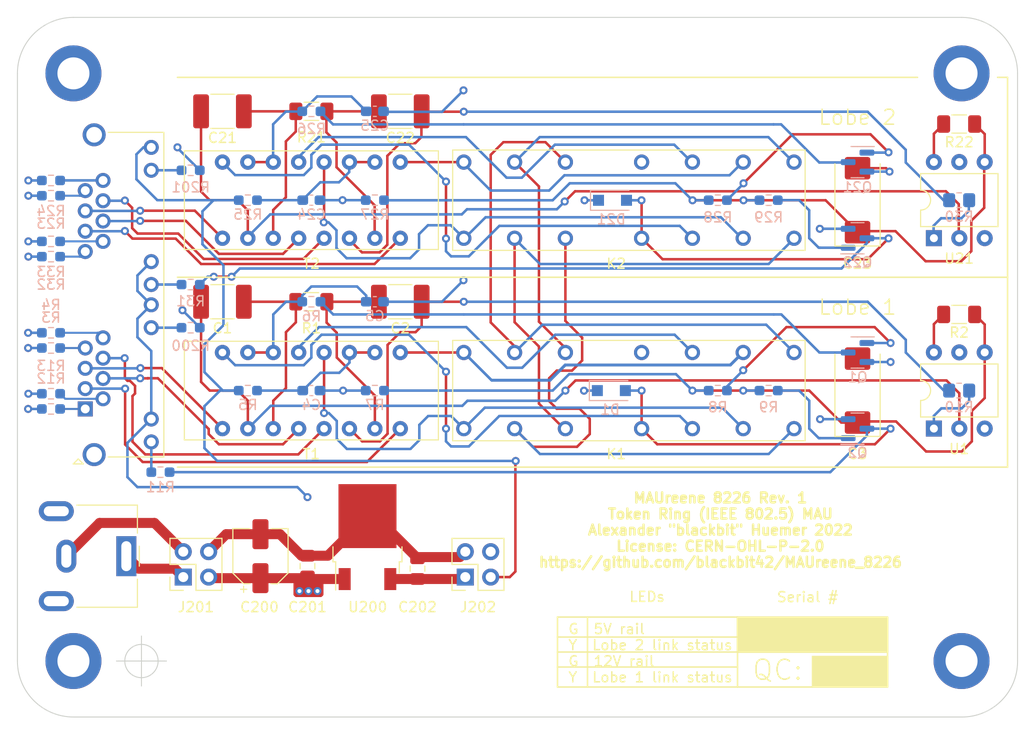
<source format=kicad_pcb>
(kicad_pcb (version 20211014) (generator pcbnew)
  (layers (0 "F.Cu" signal) (1 "In1.Cu" signal) (2 "In2.Cu" signal) (31 "B.Cu" signal) (34 "B.Paste" user) (35 "F.Paste" user) (36 "B.SilkS" user "B.Silkscreen") (37 "F.SilkS" user "F.Silkscreen") (38 "B.Mask" user) (39 "F.Mask" user) (44 "Edge.Cuts" user))
  (net 0 "")
  (net 1 "+5V")
  (net 2 "GND")
  (net 3 "+12V")
  (net 4 "Net-(J1-Pad1)")
  (net 5 "Net-(J1-Pad2)")
  (net 6 "Net-(J1-Pad7)")
  (net 7 "Net-(J1-Pad8)")
  (net 8 "Net-(C1-Pad1)")
  (net 9 "T1{slash}2 <--> U1{slash}2")
  (net 10 "T1{slash}6 <--> R10")
  (net 11 "Net-(C2-Pad2)")
  (net 12 "Net-(C3-Pad1)")
  (net 13 "T1{slash}10,11 <--> R5,C4")
  (net 14 "T1{slash}14,15 <--> R6")
  (net 15 "Net-(C21-Pad1)")
  (net 16 "T2{slash}2 <--> U2{slash}2")
  (net 17 "T2{slash}6 <--> R30")
  (net 18 "Net-(C22-Pad2)")
  (net 19 "Net-(C23-Pad1)")
  (net 20 "T2{slash}10,11 <--> R25,C24")
  (net 21 "T2{slash}14,15 <--> R26")
  (net 22 "J1A{slash}3 <--> T1{slash}8")
  (net 23 "J1A{slash}4 <--> T1{slash}4")
  (net 24 "J1A{slash}5 <--> T1{slash}1")
  (net 25 "J1A{slash}6 <--> T1{slash}5")
  (net 26 "Net-(J1-Pad9)")
  (net 27 "Net-(J1-Pad11)")
  (net 28 "Net-(J1-Pad13)")
  (net 29 "Net-(J1-Pad14)")
  (net 30 "J1B{slash}3 <--> T2{slash}8")
  (net 31 "J1B{slash}4 <--> T2{slash}4")
  (net 32 "J1B{slash}5 <--> T2{slash}1")
  (net 33 "J1B{slash}6 <--> T2{slash}5")
  (net 34 "Net-(J1-Pad19)")
  (net 35 "Net-(J1-Pad20)")
  (net 36 "Net-(J1-Pad21)")
  (net 37 "Net-(J1-Pad23)")
  (net 38 "Net-(J200-Pad1)")
  (net 39 "Net-(J200-Pad2)")
  (net 40 "T1{slash}16 <--> K1{slash}3")
  (net 41 "K2 6,7 <--> K1 4")
  (net 42 "T1{slash}12 <--> K1{slash}5,8")
  (net 43 "K2 4 <--> K1 6,7")
  (net 44 "T1{slash}9 <--> K1{slash}9,12")
  (net 45 "K2{slash}13 <--> K1{slash}10,11")
  (net 46 "K2{slash}10,11 <--> K1{slash}13")
  (net 47 "T1{slash}13 <--> K1{slash}14")
  (net 48 "T2{slash}16 <--> K2{slash}3")
  (net 49 "T2{slash}12 <--> K2{slash}5,8")
  (net 50 "T2{slash}9 <--> K2{slash}9,12")
  (net 51 "T2{slash}13 <--> K2{slash}14")
  (net 52 "Net-(Q1-Pad1)")
  (net 53 "Net-(Q1-Pad3)")
  (net 54 "Net-(Q2-Pad1)")
  (net 55 "Net-(Q21-Pad1)")
  (net 56 "Net-(Q21-Pad3)")
  (net 57 "Net-(Q22-Pad1)")
  (net 58 "Net-(R2-Pad1)")
  (net 59 "Net-(R10-Pad2)")
  (net 60 "Net-(R22-Pad1)")
  (net 61 "Net-(R30-Pad2)")
  (net 64 "K1{slash}1 <--> Q2{slash}C <--> Lobe 1 LED")
  (net 65 "GND1")
  (net 66 "Net-(C202-Pad1)")
  (net 67 "K2{slash}1 <--> Q22{slash}C <--> Lobe 2 LED")
  (footprint "Capacitor_SMD:C_0805_2012Metric_Pad1.18x1.45mm_HandSolder" (layer "F.Cu") (at 129 104.9 90)
    (fp_text reference "C201")
    (fp_text value "100n")
  )
  (footprint "Token_Ring_MAU:4PDT_Relay" (layer "F.Cu") (at 159.87 87.34 180)
    (fp_text reference "K1")
    (fp_text value "4PDT_relay" hide)
  )
  (footprint "Capacitor_SMD:C_1812_4532Metric_Pad1.57x3.40mm_HandSolder" (layer "F.Cu") (at 120.5 78.45 180)
    (fp_text reference "C1")
    (fp_text value "330n")
  )
  (footprint "Capacitor_SMD:C_1812_4532Metric_Pad1.57x3.40mm_HandSolder" (layer "F.Cu") (at 138.28 78.45 180)
    (fp_text reference "C2")
    (fp_text value "330n")
  )
  (footprint "Token_Ring_MAU:BarrelJack_CUI_PJ-063AH_Horizontal" (layer "F.Cu") (at 110.887 103.909 -90)
    (fp_text reference "J200" hide)
    (fp_text value "Barrel_Jack" hide)
  )
  (footprint "Package_DIP:DIP-6_W7.62mm" (layer "F.Cu") (at 191.635 91.14 90)
    (fp_text reference "U1")
    (fp_text value "H11A1" hide)
  )
  (footprint "Capacitor_Tantalum_SMD:CP_EIA-7343-31_Kemet-D_Pad2.25x2.55mm_HandSolder" (layer "F.Cu") (at 184 68.29 90)
    (fp_text reference "C23")
    (fp_text value "22u")
  )
  (footprint "Capacitor_Tantalum_SMD:CP_EIA-7343-31_Kemet-D_Pad2.25x2.55mm_HandSolder" (layer "F.Cu") (at 184 87.34 90)
    (fp_text reference "C3")
    (fp_text value "22u")
  )
  (footprint "Token_Ring_MAU:Pulse PE-64974" (layer "F.Cu") (at 129.39 68.29)
    (fp_text reference "T2")
    (fp_text value "Transformer_Token_Ring_1to1_1to1" hide)
  )
  (footprint "Resistor_SMD:R_1206_3216Metric_Pad1.30x1.75mm_HandSolder" (layer "F.Cu") (at 129.39 59.4)
    (fp_text reference "R21")
    (fp_text value "4.8k" hide)
  )
  (footprint "MountingHole:MountingHole_3.2mm_M3_DIN965_Pad" (layer "F.Cu") (at 194.4 114.4)
    (fp_text reference "H3" hide)
    (fp_text value "MountingHole" hide)
  )
  (footprint "Resistor_SMD:R_1206_3216Metric_Pad1.30x1.75mm_HandSolder" (layer "F.Cu") (at 194.16 79.72)
    (fp_text reference "R2")
    (fp_text value "R" hide)
  )
  (footprint "Resistor_SMD:R_1206_3216Metric_Pad1.30x1.75mm_HandSolder" (layer "F.Cu") (at 194.16 60.67)
    (fp_text reference "R22")
    (fp_text value "R" hide)
  )
  (footprint "Package_DIP:DIP-6_W7.62mm" (layer "F.Cu") (at 191.635 72.09 90)
    (fp_text reference "U21")
    (fp_text value "H11A1" hide)
  )
  (footprint "Capacitor_SMD:CP_Elec_5x5.8" (layer "F.Cu") (at 124.3 103.909 90)
    (fp_text reference "C200")
    (fp_text value "0.33u")
  )
  (footprint "Capacitor_SMD:C_1812_4532Metric_Pad1.57x3.40mm_HandSolder" (layer "F.Cu") (at 120.5 59.4 180)
    (fp_text reference "C21")
    (fp_text value "330n")
  )
  (footprint "Capacitor_SMD:C_1812_4532Metric_Pad1.57x3.40mm_HandSolder" (layer "F.Cu") (at 138.28 59.4 180)
    (fp_text reference "C22")
    (fp_text value "330n")
  )
  (footprint "Token_Ring_MAU:Pulse PE-64974" (layer "F.Cu") (at 129.39 87.34)
    (fp_text reference "T1")
    (fp_text value "Transformer_Token_Ring_1to1_1to1" hide)
  )
  (footprint "Connector_PinHeader_2.54mm:PinHeader_2x02_P2.54mm_Vertical" (layer "F.Cu") (at 144.78 106 90)
    (fp_text reference "J202")
    (fp_text value "5V Jumper")
  )
  (footprint "Package_TO_SOT_SMD:TO-252-2" (layer "F.Cu") (at 135 102 90)
    (fp_text reference "U200")
    (fp_text value "KA78M05_TO252" hide)
  )
  (footprint "Resistor_SMD:R_1206_3216Metric_Pad1.30x1.75mm_HandSolder" (layer "F.Cu") (at 129.39 78.45)
    (fp_text reference "R1")
    (fp_text value "4.8k" hide)
  )
  (footprint "Capacitor_SMD:C_0805_2012Metric_Pad1.18x1.45mm_HandSolder" (layer "F.Cu") (at 140 105.156 90)
    (fp_text reference "C202")
    (fp_text value "100n")
  )
  (footprint "Token_Ring_MAU:RJ45_Amphenol_RJHSE538X-02" (layer "F.Cu") (at 106.782 89.177 90)
    (fp_text reference "J1" hide)
    (fp_text value "RJ45_LED_Shielded_x2" hide)
  )
  (footprint "MountingHole:MountingHole_3.2mm_M3_DIN965_Pad" (layer "F.Cu") (at 194.4 55.6)
    (fp_text reference "H2" hide)
    (fp_text value "MountingHole" hide)
  )
  (footprint "MountingHole:MountingHole_3.2mm_M3_DIN965_Pad" (layer "F.Cu") (at 105.6 114.4)
    (fp_text reference "H4" hide)
    (fp_text value "MountingHole" hide)
  )
  (footprint "Token_Ring_MAU:4PDT_Relay" (layer "F.Cu") (at 159.87 68.29 180)
    (fp_text reference "K2")
    (fp_text value "4PDT_relay" hide)
  )
  (footprint "Connector_PinHeader_2.54mm:PinHeader_2x02_P2.54mm_Vertical" (layer "F.Cu") (at 116.581 106 90)
    (fp_text reference "J201")
    (fp_text value "12V Jumper" hide)
  )
  (footprint "MountingHole:MountingHole_3.2mm_M3_DIN965_Pad" (layer "F.Cu") (at 105.6 55.6)
    (fp_text reference "H1" hide)
    (fp_text value "MountingHole" hide)
  )
  (footprint "Resistor_SMD:R_0603_1608Metric_Pad0.98x0.95mm_HandSolder" (layer "B.Cu") (at 103.355 81.557 180)
    (fp_text reference "R4")
    (fp_text value "0R" hide)
  )
  (footprint "Resistor_SMD:R_0603_1608Metric_Pad0.98x0.95mm_HandSolder" (layer "B.Cu") (at 103.355 73.937 180)
    (fp_text reference "R32")
    (fp_text value "0R" hide)
  )
  (footprint "Resistor_SMD:R_0603_1608Metric_Pad0.98x0.95mm_HandSolder" (layer "B.Cu") (at 114.3 95.504 180)
    (fp_text reference "R11")
    (fp_text value "R")
  )
  (footprint "Resistor_SMD:R_0603_1608Metric_Pad0.98x0.95mm_HandSolder" (layer "B.Cu") (at 103.355 89.177 180)
    (fp_text reference "R12")
    (fp_text value "0R" hide)
  )
  (footprint "Resistor_SMD:R_0805_2012Metric_Pad1.20x1.40mm_HandSolder" (layer "B.Cu") (at 194.16 68.29)
    (fp_text reference "R30")
    (fp_text value "3.7k")
  )
  (footprint "Resistor_SMD:R_0603_1608Metric_Pad0.98x0.95mm_HandSolder" (layer "B.Cu") (at 123.04 68.29)
    (fp_text reference "R25")
    (fp_text value "100")
  )
  (footprint "Package_TO_SOT_SMD:SOT-23" (layer "B.Cu") (at 184 83.53 180)
    (fp_text reference "Q1")
    (fp_text value "Q_NPN_BEC")
  )
  (footprint "Capacitor_SMD:C_0603_1608Metric_Pad1.08x0.95mm_HandSolder" (layer "B.Cu") (at 129.39 87.34)
    (fp_text reference "C4")
    (fp_text value "120n")
  )
  (footprint "Resistor_SMD:R_0603_1608Metric_Pad0.98x0.95mm_HandSolder" (layer "B.Cu") (at 103.355 83.081 180)
    (fp_text reference "R3")
    (fp_text value "0R" hide)
  )
  (footprint "Resistor_SMD:R_0603_1608Metric_Pad0.98x0.95mm_HandSolder" (layer "B.Cu") (at 129.39 59.4 180)
    (fp_text reference "R26")
    (fp_text value "100" hide)
  )
  (footprint "Package_TO_SOT_SMD:SOT-23" (layer "B.Cu") (at 184 64.48 180)
    (fp_text reference "Q21")
    (fp_text value "Q_NPN_BEC")
  )
  (footprint "Resistor_SMD:R_0603_1608Metric_Pad0.98x0.95mm_HandSolder" (layer "B.Cu") (at 103.355 66.317 180)
    (fp_text reference "R24")
    (fp_text value "0R" hide)
  )
  (footprint "Resistor_SMD:R_0603_1608Metric_Pad0.98x0.95mm_HandSolder" (layer "B.Cu") (at 103.355 72.413 180)
    (fp_text reference "R33")
    (fp_text value "0R" hide)
  )
  (footprint "Resistor_SMD:R_0603_1608Metric_Pad0.98x0.95mm_HandSolder" (layer "B.Cu") (at 175.11 68.29 180)
    (fp_text reference "R29")
    (fp_text value "2k")
  )
  (footprint "Resistor_SMD:R_0603_1608Metric_Pad0.98x0.95mm_HandSolder" (layer "B.Cu") (at 103.355 87.653 180)
    (fp_text reference "R13")
    (fp_text value "0R" hide)
  )
  (footprint "Package_TO_SOT_SMD:SOT-23" (layer "B.Cu") (at 184 72.1)
    (fp_text reference "Q22")
    (fp_text value "Q_NPN_BEC")
  )
  (footprint "Resistor_SMD:R_0603_1608Metric_Pad0.98x0.95mm_HandSolder" (layer "B.Cu") (at 123.04 87.34)
    (fp_text reference "R5")
    (fp_text value "100")
  )
  (footprint "Diode_SMD:D_SOD-123F" (layer "B.Cu") (at 159.385 87.34)
    (fp_text reference "D1")
    (fp_text value "D")
  )
  (footprint "Resistor_SMD:R_0805_2012Metric_Pad1.20x1.40mm_HandSolder" (layer "B.Cu") (at 194.16 87.34)
    (fp_text reference "R10")
    (fp_text value "3.7k")
  )
  (footprint "Resistor_SMD:R_0603_1608Metric_Pad0.98x0.95mm_HandSolder" (layer "B.Cu") (at 129.39 78.45 180)
    (fp_text reference "R6")
    (fp_text value "100" hide)
  )
  (footprint "Capacitor_SMD:C_0603_1608Metric_Pad1.08x0.95mm_HandSolder" (layer "B.Cu") (at 129.39 68.29)
    (fp_text reference "C24")
    (fp_text value "120n")
  )
  (footprint "Resistor_SMD:R_0603_1608Metric_Pad0.98x0.95mm_HandSolder" (layer "B.Cu") (at 170.03 87.34 180)
    (fp_text reference "R8")
    (fp_text value "10k")
  )
  (footprint "Resistor_SMD:R_0603_1608Metric_Pad0.98x0.95mm_HandSolder" (layer "B.Cu") (at 103.355 67.841 180)
    (fp_text reference "R23")
    (fp_text value "0R" hide)
  )
  (footprint "Resistor_SMD:R_0603_1608Metric_Pad0.98x0.95mm_HandSolder" (layer "B.Cu") (at 175.11 87.34 180)
    (fp_text reference "R9")
    (fp_text value "2k")
  )
  (footprint "Resistor_SMD:R_0603_1608Metric_Pad0.98x0.95mm_HandSolder" (layer "B.Cu") (at 117.32 65.301 180)
    (fp_text reference "R201")
    (fp_text value "R")
  )
  (footprint "Resistor_SMD:R_0603_1608Metric_Pad0.98x0.95mm_HandSolder" (layer "B.Cu") (at 135.74 87.34)
    (fp_text reference "R7")
    (fp_text value "R")
  )
  (footprint "Resistor_SMD:R_0603_1608Metric_Pad0.98x0.95mm_HandSolder" (layer "B.Cu") (at 117.32 76.731 180)
    (fp_text reference "R31")
    (fp_text value "R")
  )
  (footprint "Resistor_SMD:R_0603_1608Metric_Pad0.98x0.95mm_HandSolder" (layer "B.Cu") (at 170.03 68.29 180)
    (fp_text reference "R28")
    (fp_text value "10k")
  )
  (footprint "Resistor_SMD:R_0603_1608Metric_Pad0.98x0.95mm_HandSolder" (layer "B.Cu") (at 135.74 68.29)
    (fp_text reference "R27")
    (fp_text value "R")
  )
  (footprint "Capacitor_SMD:C_0603_1608Metric_Pad1.08x0.95mm_HandSolder" (layer "B.Cu") (at 135.74 78.45)
    (fp_text reference "C5")
    (fp_text value "120n")
  )
  (footprint "Resistor_SMD:R_0603_1608Metric_Pad0.98x0.95mm_HandSolder" (layer "B.Cu") (at 117.32 81.049 180)
    (fp_text reference "R200")
    (fp_text value "R")
  )
  (footprint "Package_TO_SOT_SMD:SOT-23" (layer "B.Cu") (at 184 91.15)
    (fp_text reference "Q2")
    (fp_text value "Q_NPN_BEC")
  )
  (footprint "Capacitor_SMD:C_0603_1608Metric_Pad1.08x0.95mm_HandSolder" (layer "B.Cu") (at 135.74 59.4)
    (fp_text reference "C25")
    (fp_text value "120n")
  )
  (footprint "Diode_SMD:D_SOD-123F" (layer "B.Cu") (at 159.5 68.3)
    (fp_text reference "D21")
    (fp_text value "D")
  )
  (gr_line (start 154 110) (end 172 110) (layer "F.SilkS") (width 0.15))
  (gr_line (start 157 110) (end 157 117) (layer "F.SilkS") (width 0.15))
  (gr_line (start 199 56) (end 198 56) (layer "F.SilkS") (width 0.15))
  (gr_rect (start 187 110) (end 172 113.5) (layer "F.SilkS") (width 0.15) (fill solid))
  (gr_line (start 172 110) (end 172 117) (layer "F.SilkS") (width 0.15))
  (gr_line (start 172 117) (end 179.5 117) (layer "F.SilkS") (width 0.15))
  (gr_line (start 190 56) (end 116 56) (layer "F.SilkS") (width 0.15))
  (gr_line (start 199 76) (end 199 56) (layer "F.SilkS") (width 0.15))
  (gr_line (start 172 113.5) (end 187 113.5) (layer "F.SilkS") (width 0.15))
  (gr_line (start 199 76) (end 116 76) (layer "F.SilkS") (width 0.15))
  (gr_line (start 116 95) (end 199 95) (layer "F.SilkS") (width 0.15))
  (gr_line (start 199 95) (end 199 76) (layer "F.SilkS") (width 0.15))
  (gr_line (start 154 117) (end 154 110) (layer "F.SilkS") (width 0.15))
  (gr_line (start 154 112) (end 172 112) (layer "F.SilkS") (width 0.15))
  (gr_rect (start 187 117) (end 179.5 113.95) (layer "F.SilkS") (width 0.15) (fill solid))
  (gr_line (start 154 115) (end 172 115) (layer "F.SilkS") (width 0.15))
  (gr_line (start 154 113.5) (end 172 113.5) (layer "F.SilkS") (width 0.15))
  (gr_line (start 187 110) (end 187 117) (layer "F.SilkS") (width 0.15))
  (gr_line (start 172 117) (end 154 117) (layer "F.SilkS") (width 0.15))
  (gr_arc (start 105.6 120) (mid 101.640202 118.359798) (end 100 114.4) (layer "Edge.Cuts") (width 0.1))
  (gr_arc (start 100 55.6) (mid 101.640202 51.640202) (end 105.6 50) (layer "Edge.Cuts") (width 0.1))
  (gr_arc (start 200 114.4) (mid 198.409798 118.339087) (end 194.5 120) (layer "Edge.Cuts") (width 0.1))
  (gr_line (start 200 114.4) (end 200 55.6) (layer "Edge.Cuts") (width 0.1))
  (gr_line (start 100 55.6) (end 100 114.4) (layer "Edge.Cuts") (width 0.1))
  (gr_arc (start 194.4 50) (mid 198.359798 51.640202) (end 200 55.6) (layer "Edge.Cuts") (width 0.1))
  (gr_line (start 105.6 120) (end 194.5 120) (layer "Edge.Cuts") (width 0.1))
  (gr_line (start 105.6 50) (end 194.4 50) (layer "Edge.Cuts") (width 0.1))
  (gr_text "QC:" (at 176 115.3) (layer "F.SilkS") (effects (font (size 2 2))))
  (gr_text "MAUreene 8226 Rev. 1\nToken Ring (IEEE 802.5) MAU\nAlexander {dblquote}blackbit{dblquote} Huemer 2022\nLicense: CERN-OHL-P-2.0\nhttps://github.com/blackbit42/MAUreene_8226" (at 170.292 101.3) (layer "F.SilkS") (effects (font (size 1 1) (thickness 0.25))))
  (gr_text "        LEDs\n\nG  5V rail\nY  Lobe 2 link status\nG  12V rail\nY  Lobe 1 link status" (at 155 112) (layer "F.SilkS") (effects (font (size 1 1)) (justify left)))
  (gr_text "Serial #" (at 179 108) (layer "F.SilkS") (effects (font (size 1 1))))
  (gr_text "Lobe 1" (at 184 79) (layer "F.SilkS") (effects (font (size 1.5 1.5))))
  (gr_text "Lobe 2" (at 183.991432 60) (layer "F.SilkS") (effects (font (size 1.5 1.5))))
  (target plus (at 112.4 114.4) (size 5) (width 0.1) (layer "Edge.Cuts"))
  (segment (start 147.32 106) (end 149.23 106) (width 0.25) (layer "F.Cu") (net 1))
  (segment (start 149.79 105.44) (end 149.79 94.41) (width 0.25) (layer "F.Cu") (net 1))
  (segment (start 149.79 94.41) (end 149.82 94.38) (width 0.25) (layer "F.Cu") (net 1))
  (segment (start 149.23 106) (end 149.79 105.44) (width 0.25) (layer "F.Cu") (net 1))
  (via (at 149.82 94.38) (size 0.8) (drill 0.4) (layers "F.Cu" "B.Cu") (net 1))
  (segment (start 118.5 69.4) (end 119.61 68.29) (width 0.25) (layer "B.Cu") (net 1))
  (segment (start 118.7 88.9) (end 118.7 93.1) (width 0.25) (layer "B.Cu") (net 1))
  (segment (start 122.1275 87.34) (end 120.54 87.34) (width 0.25) (layer "B.Cu") (net 1))
  (segment (start 118.7 85.5) (end 118.7 82.7) (width 0.25) (layer "B.Cu") (net 1))
  (segment (start 120.54 87.34) (end 118.7 85.5) (width 0.25) (layer "B.Cu") (net 1))
  (segment (start 113.382 63.007) (end 112.593 63.007) (width 0.25) (layer "B.Cu") (net 1))
  (segment (start 118.7 82.7) (end 120.6 80.8) (width 0.25) (layer "B.Cu") (net 1))
  (segment (start 112.593 63.007) (end 111.9 63.7) (width 0.25) (layer "B.Cu") (net 1))
  (segment (start 118.7 93.1) (end 119.98 94.38) (width 0.25) (layer "B.Cu") (net 1))
  (segment (start 111.9 63.7) (end 111.9 66.2) (width 0.25) (layer "B.Cu") (net 1))
  (segment (start 122.1275 87.34) (end 120.26 87.34) (width 0.25) (layer "B.Cu") (net 1))
  (segment (start 120.6 74.8) (end 118.5 72.7) (width 0.25) (layer "B.Cu") (net 1))
  (segment (start 118.5 72.7) (end 118.5 69.4) (width 0.25) (layer "B.Cu") (net 1))
  (segment (start 119.89 68.29) (end 122.1275 68.29) (width 0.25) (layer "B.Cu") (net 1))
  (segment (start 120.26 87.34) (end 118.7 88.9) (width 0.25) (layer "B.Cu") (net 1))
  (segment (start 119.61 68.29) (end 119.89 68.29) (width 0.25) (layer "B.Cu") (net 1))
  (segment (start 111.9 66.2) (end 113.99 68.29) (width 0.25) (layer "B.Cu") (net 1))
  (segment (start 119.98 94.38) (end 149.82 94.38) (width 0.25) (layer "B.Cu") (net 1))
  (segment (start 120.6 80.8) (end 120.6 74.8) (width 0.25) (layer "B.Cu") (net 1))
  (segment (start 113.99 68.29) (end 119.89 68.29) (width 0.25) (layer "B.Cu") (net 1))
  (segment (start 184.34 84.48) (end 184 84.14) (width 0.25) (layer "F.Cu") (net 2))
  (segment (start 184 65.09) (end 186.855833 65.09) (width 0.25) (layer "F.Cu") (net 2))
  (segment (start 187.302 84.48) (end 184.34 84.48) (width 0.25) (layer "F.Cu") (net 2))
  (segment (start 186.855833 65.09) (end 187.195833 65.43) (width 0.25) (layer "F.Cu") (net 2))
  (via (at 101.092 87.653) (size 0.8) (drill 0.4) (layers "F.Cu" "B.Cu") (net 2))
  (via (at 132.56 87.34) (size 0.8) (drill 0.4) (layers "F.Cu" "B.Cu") (net 2))
  (via (at 132.51 68.29) (size 0.8) (drill 0.4) (layers "F.Cu" "B.Cu") (net 2))
  (via (at 187.302 84.48) (size 0.8) (drill 0.4) (layers "F.Cu" "B.Cu") (net 2))
  (via (at 187.195833 65.43) (size 0.8) (drill 0.4) (layers "F.Cu" "B.Cu") (net 2))
  (via (at 101.069 83.081) (size 0.8) (drill 0.4) (layers "F.Cu" "B.Cu") (net 2))
  (via (at 144.6 76.3) (size 0.8) (drill 0.4) (layers "F.Cu" "B.Cu") (net 2))
  (via (at 101.092 72.413) (size 0.8) (drill 0.4) (layers "F.Cu" "B.Cu") (net 2))
  (via (at 101.092 73.937) (size 0.8) (drill 0.4) (layers "F.Cu" "B.Cu") (net 2))
  (via (at 101.092 66.317) (size 0.8) (drill 0.4) (layers "F.Cu" "B.Cu") (net 2))
  (via (at 101.092 67.841) (size 0.8) (drill 0.4) (layers "F.Cu" "B.Cu") (net 2))
  (via (at 180.256 90.2) (size 0.8) (drill 0.4) (layers "F.Cu" "B.Cu") (net 2))
  (via (at 101.069 89.177) (size 0.8) (drill 0.4) (layers "F.Cu" "B.Cu") (net 2))
  (via (at 101.069 81.557) (size 0.8) (drill 0.4) (layers "F.Cu" "B.Cu") (net 2))
  (via (at 180.23 71.15) (size 0.8) (drill 0.4) (layers "F.Cu" "B.Cu") (net 2))
  (via (at 116.5 79.3) (size 0.8) (drill 0.4) (layers "F.Cu" "B.Cu") (net 2))
  (via (at 144.6 57.3) (size 0.8) (drill 0.4) (layers "F.Cu" "B.Cu") (net 2))
  (via (at 116 63) (size 0.8) (drill 0.4) (layers "F.Cu" "B.Cu") (net 2))
  (segment (start 187.302 84.48) (end 184.9375 84.48) (width 0.25) (layer "B.Cu") (net 2))
  (segment (start 180.256 90.2) (end 183.0625 90.2) (width 0.25) (layer "B.Cu") (net 2))
  (segment (start 136.6025 59.45) (end 142.45 59.45) (width 0.25) (layer "B.Cu") (net 2))
  (segment (start 118.2325 81.049) (end 118.2325 81.0325) (width 0.25) (layer "B.Cu") (net 2))
  (segment (start 132.56 87.34) (end 134.8275 87.34) (width 0.25) (layer "B.Cu") (net 2))
  (segment (start 102.4425 66.317) (end 101.092 66.317) (width 0.25) (layer "B.Cu") (net 2))
  (segment (start 142.45 78.45) (end 144.6 76.3) (width 0.25) (layer "B.Cu") (net 2))
  (segment (start 102.4425 89.177) (end 101.069 89.177) (width 0.25) (layer "B.Cu") (net 2))
  (segment (start 102.4425 87.653) (end 101.092 87.653) (width 0.25) (layer "B.Cu") (net 2))
  (segment (start 102.4425 81.557) (end 101.069 81.557) (width 0.25) (layer "B.Cu") (net 2))
  (segment (start 142.45 59.45) (end 144.6 57.3) (width 0.25) (layer "B.Cu") (net 2))
  (segment (start 102.4425 73.937) (end 101.092 73.937) (width 0.25) (layer "B.Cu") (net 2))
  (segment (start 132.51 68.29) (end 134.8275 68.29) (width 0.25) (layer "B.Cu") (net 2))
  (segment (start 116 63.0685) (end 118.2325 65.301) (width 0.25) (layer "B.Cu") (net 2))
  (segment (start 180.23 71.15) (end 183.0365 71.15) (width 0.25) (layer "B.Cu") (net 2))
  (segment (start 130.2525 68.29) (end 132.51 68.29) (width 0.25) (layer "B.Cu") (net 2))
  (segment (start 187.195833 65.43) (end 185.035333 65.43) (width 0.25) (layer "B.Cu") (net 2))
  (segment (start 102.4425 72.413) (end 101.092 72.413) (width 0.25) (layer "B.Cu") (net 2))
  (segment (start 118.2325 81.0325) (end 116.5 79.3) (width 0.25) (layer "B.Cu") (net 2))
  (segment (start 130.2525 87.34) (end 132.56 87.34) (width 0.25) (layer "B.Cu") (net 2))
  (segment (start 102.4425 83.081) (end 101.069 83.081) (width 0.25) (layer "B.Cu") (net 2))
  (segment (start 102.4425 67.841) (end 101.092 67.841) (width 0.25) (layer "B.Cu") (net 2))
  (segment (start 116 63) (end 116 63.0685) (width 0.25) (layer "B.Cu") (net 2))
  (segment (start 136.6025 78.45) (end 142.45 78.45) (width 0.25) (layer "B.Cu") (net 2))
  (segment (start 129.6065 106.1935) (end 132.7135 106.1935) (width 1) (layer "F.Cu") (net 3))
  (segment (start 119.23 106.109) (end 119.121 106) (width 1) (layer "F.Cu") (net 3))
  (segment (start 124.3 106.109) (end 128.491 106.109) (width 1) (layer "F.Cu") (net 3))
  (segment (start 132.7135 106.1935) (end 132.72 106.2) (width 1) (layer "F.Cu") (net 3))
  (segment (start 124.3 106.109) (end 119.23 106.109) (width 1) (layer "F.Cu") (net 3))
  (via (at 128.2 107.4) (size 0.8) (drill 0.4) (layers "F.Cu" "B.Cu") (net 3))
  (via (at 130 107.4) (size 0.8) (drill 0.4) (layers "F.Cu" "B.Cu") (net 3))
  (via (at 129.1 107.4) (size 0.8) (drill 0.4) (layers "F.Cu" "B.Cu") (net 3))
  (via (at 156.7 68.3) (size 0.8) (drill 0.4) (layers "F.Cu" "B.Cu") (net 3))
  (via (at 156.65 87.35) (size 0.8) (drill 0.4) (layers "F.Cu" "B.Cu") (net 3))
  (via (at 129 98) (size 0.8) (drill 0.4) (layers "F.Cu" "B.Cu") (net 3))
  (segment (start 128 97) (end 112 97) (width 0.25) (layer "B.Cu") (net 3))
  (segment (start 112 82) (end 112 80.139) (width 0.25) (layer "B.Cu") (net 3))
  (segment (start 111 92.569) (end 113.382 90.187) (width 0.25) (layer "B.Cu") (net 3))
  (segment (start 112 77.375) (end 112 75.819) (width 0.25) (layer "B.Cu") (net 3))
  (segment (start 158.36 87.34) (end 156.66 87.34) (width 0.25) (layer "B.Cu") (net 3))
  (segment (start 112 75.819) (end 113.382 74.437) (width 0.25) (layer "B.Cu") (net 3))
  (segment (start 158.475 68.3) (end 156.7 68.3) (width 0.25) (layer "B.Cu") (net 3))
  (segment (start 113.382 90.187) (end 113.382 83.382) (width 0.25) (layer "B.Cu") (net 3))
  (segment (start 113.382 78.757) (end 112 77.375) (width 0.25) (layer "B.Cu") (net 3))
  (segment (start 129 98) (end 128 97) (width 0.25) (layer "B.Cu") (net 3))
  (segment (start 111 96) (end 111 92.569) (width 0.25) (layer "B.Cu") (net 3))
  (segment (start 113.382 83.382) (end 112 82) (width 0.25) (layer "B.Cu") (net 3))
  (segment (start 112 97) (end 111 96) (width 0.25) (layer "B.Cu") (net 3))
  (segment (start 112 80.139) (end 113.382 78.757) (width 0.25) (layer "B.Cu") (net 3))
  (segment (start 106.782 89.177) (end 104.2675 89.177) (width 0.2) (layer "B.Cu") (net 4))
  (segment (start 108.562 88.161) (end 104.7755 88.161) (width 0.2) (layer "B.Cu") (net 5))
  (segment (start 104.7755 88.161) (end 104.2675 87.653) (width 0.2) (layer "B.Cu") (net 5))
  (segment (start 106.782 83.081) (end 104.2675 83.081) (width 0.2) (layer "B.Cu") (net 6))
  (segment (start 104.2675 81.557) (end 108.054 81.557) (width 0.2) (layer "B.Cu") (net 7))
  (segment (start 108.054 81.557) (end 108.562 82.065) (width 0.25) (layer "B.Cu") (net 7))
  (segment (start 126.85 81.498) (end 126.85 87.086) (width 0.25) (layer "F.Cu") (net 8))
  (segment (start 127.84 80.508) (end 126.85 81.498) (width 0.25) (layer "F.Cu") (net 8))
  (segment (start 125.58 88.356) (end 125.58 91.15) (width 0.25) (layer "F.Cu") (net 8))
  (segment (start 122.6375 78.45) (end 127.84 78.45) (width 0.25) (layer "F.Cu") (net 8))
  (segment (start 127.84 78.45) (end 127.84 80.508) (width 0.25) (layer "F.Cu") (net 8))
  (segment (start 126.85 87.086) (end 125.58 88.356) (width 0.25) (layer "F.Cu") (net 8))
  (segment (start 118.3625 78.45) (end 118.3625 86.4725) (width 0.25) (layer "F.Cu") (net 9))
  (segment (start 118.3625 86.4725) (end 119.23 87.34) (width 0.25) (layer "F.Cu") (net 9))
  (segment (start 122.024 87.34) (end 123.04 88.356) (width 0.25) (layer "F.Cu") (net 9))
  (segment (start 192.89 86.324) (end 194.175 87.609) (width 0.25) (layer "F.Cu") (net 9))
  (segment (start 194.175 87.609) (end 194.175 91.14) (width 0.25) (layer "F.Cu") (net 9))
  (segment (start 154.79 87.34) (end 155.806 86.324) (width 0.25) (layer "F.Cu") (net 9))
  (segment (start 119.23 87.34) (end 122.024 87.34) (width 0.25) (layer "F.Cu") (net 9))
  (segment (start 123.04 88.356) (end 123.04 91.15) (width 0.25) (layer "F.Cu") (net 9))
  (segment (start 155.806 86.324) (end 192.89 86.324) (width 0.25) (layer "F.Cu") (net 9))
  (via (at 154.79 87.34) (size 0.8) (drill 0.4) (layers "F.Cu" "B.Cu") (net 9))
  (segment (start 125.326 88.864) (end 123.04 91.15) (width 0.25) (layer "B.Cu") (net 9))
  (segment (start 153.774 88.356) (end 144.996 88.356) (width 0.25) (layer "B.Cu") (net 9))
  (segment (start 144.996 88.356) (end 144.488 88.864) (width 0.25) (layer "B.Cu") (net 9))
  (segment (start 144.488 88.864) (end 125.326 88.864) (width 0.25) (layer "B.Cu") (net 9))
  (segment (start 154.79 87.34) (end 153.774 88.356) (width 0.25) (layer "B.Cu") (net 9))
  (segment (start 133.2 91.15) (end 134.47 92.42) (width 0.25) (layer "F.Cu") (net 10))
  (segment (start 139.804 81.498) (end 140.4175 80.8845) (width 0.25) (layer "F.Cu") (net 10))
  (segment (start 137.01 91.658) (end 137.01 82.768) (width 0.25) (layer "F.Cu") (net 10))
  (segment (start 144.63 78.45) (end 140.4175 78.45) (width 0.25) (layer "F.Cu") (net 10))
  (segment (start 137.01 82.768) (end 138.28 81.498) (width 0.25) (layer "F.Cu") (net 10))
  (segment (start 134.47 92.42) (end 136.248 92.42) (width 0.25) (layer "F.Cu") (net 10))
  (segment (start 136.248 92.42) (end 137.01 91.658) (width 0.25) (layer "F.Cu") (net 10))
  (segment (start 140.4175 80.8845) (end 140.4175 78.45) (width 0.25) (layer "F.Cu") (net 10))
  (segment (start 138.28 81.498) (end 139.804 81.498) (width 0.25) (layer "F.Cu") (net 10))
  (via (at 144.63 78.45) (size 0.8) (drill 0.4) (layers "F.Cu" "B.Cu") (net 10))
  (segment (start 188.826 82.26) (end 188.826 83.53) (width 0.25) (layer "B.Cu") (net 10))
  (segment (start 192.636 87.34) (end 193.16 87.34) (width 0.25) (layer "B.Cu") (net 10))
  (segment (start 187.302 80.736) (end 185.016 78.45) (width 0.25) (layer "B.Cu") (net 10))
  (segment (start 185.016 78.45) (end 144.63 78.45) (width 0.25) (layer "B.Cu") (net 10))
  (segment (start 187.302 80.736) (end 188.826 82.26) (width 0.25) (layer "B.Cu") (net 10))
  (segment (start 188.826 83.53) (end 192.636 87.34) (width 0.25) (layer "B.Cu") (net 10))
  (segment (start 130.914 80.538) (end 131.93 81.554) (width 0.25) (layer "F.Cu") (net 11))
  (segment (start 130.914 78.476) (end 130.914 80.538) (width 0.25) (layer "F.Cu") (net 11))
  (segment (start 135.74 87.84) (end 135.74 91.15) (width 0.25) (layer "F.Cu") (net 11))
  (segment (start 131.93 81.554) (end 131.93 84.03) (width 0.25) (layer "F.Cu") (net 11))
  (segment (start 130.94 78.45) (end 130.914 78.476) (width 0.25) (layer "F.Cu") (net 11))
  (segment (start 131.93 84.03) (end 135.74 87.84) (width 0.25) (layer "F.Cu") (net 11))
  (segment (start 130.94 78.45) (end 136.1425 78.45) (width 0.25) (layer "F.Cu") (net 11))
  (segment (start 196.715 83.52) (end 196.715 88.087) (width 0.25) (layer "F.Cu") (net 12))
  (segment (start 194.414 93.436) (end 190.858 93.436) (width 0.25) (layer "F.Cu") (net 12))
  (segment (start 190.858 93.436) (end 187.847 90.425) (width 0.25) (layer "F.Cu") (net 12))
  (segment (start 196.715 83.52) (end 196.715 80.725) (width 0.25) (layer "F.Cu") (net 12))
  (segment (start 182.374 90.54) (end 184 90.54) (width 0.25) (layer "F.Cu") (net 12))
  (segment (start 179.174 87.34) (end 182.374 90.54) (width 0.25) (layer "F.Cu") (net 12))
  (segment (start 172.57 87.34) (end 179.174 87.34) (width 0.25) (layer "F.Cu") (net 12))
  (segment (start 187.847 90.425) (end 184.115 90.425) (width 0.25) (layer "F.Cu") (net 12))
  (segment (start 196.715 80.725) (end 195.71 79.72) (width 0.25) (layer "F.Cu") (net 12))
  (segment (start 195.43 89.372) (end 195.43 92.42) (width 0.25) (layer "F.Cu") (net 12))
  (segment (start 195.43 92.42) (end 194.414 93.436) (width 0.25) (layer "F.Cu") (net 12))
  (segment (start 172.57 87.34) (end 167.49 87.34) (width 0.25) (layer "F.Cu") (net 12))
  (segment (start 196.715 88.087) (end 195.43 89.372) (width 0.25) (layer "F.Cu") (net 12))
  (via (at 167.49 87.34) (size 0.8) (drill 0.4) (layers "F.Cu" "B.Cu") (net 12))
  (via (at 172.57 87.34) (size 0.8) (drill 0.4) (layers "F.Cu" "B.Cu") (net 12))
  (segment (start 167.49 87.34) (end 169.1175 87.34) (width 0.25) (layer "B.Cu") (net 12))
  (segment (start 153.52 87.34) (end 155.16 85.7) (width 0.25) (layer "B.Cu") (net 12))
  (segment (start 155.16 85.7) (end 165.85 85.7) (width 0.25) (layer "B.Cu") (net 12))
  (segment (start 174.1975 87.34) (end 172.57 87.34) (width 0.25) (layer "B.Cu") (net 12))
  (segment (start 165.85 85.7) (end 167.49 87.34) (width 0.25) (layer "B.Cu") (net 12))
  (segment (start 136.6525 87.34) (end 153.52 87.34) (width 0.25) (layer "B.Cu") (net 12))
  (segment (start 133.2 83.53) (end 135.74 83.53) (width 0.25) (layer "F.Cu") (net 13))
  (segment (start 128.5275 87.34) (end 130.3055 85.562) (width 0.25) (layer "B.Cu") (net 13))
  (segment (start 130.3055 85.562) (end 132.184 85.562) (width 0.25) (layer "B.Cu") (net 13))
  (segment (start 133.2 84.546) (end 133.2 83.53) (width 0.25) (layer "B.Cu") (net 13))
  (segment (start 123.9525 87.34) (end 128.5275 87.34) (width 0.25) (layer "B.Cu") (net 13))
  (segment (start 132.184 85.562) (end 133.2 84.546) (width 0.25) (layer "B.Cu") (net 13))
  (segment (start 123.04 83.53) (end 125.58 83.53) (width 0.25) (layer "F.Cu") (net 14))
  (segment (start 133.962 76.926) (end 134.8775 77.8415) (width 0.25) (layer "B.Cu") (net 14))
  (segment (start 125.58 79.72) (end 126.85 78.45) (width 0.25) (layer "B.Cu") (net 14))
  (segment (start 128.4775 78.45) (end 128.4775 77.8385) (width 0.25) (layer "B.Cu") (net 14))
  (segment (start 128.4775 77.8385) (end 129.39 76.926) (width 0.25) (layer "B.Cu") (net 14))
  (segment (start 134.8775 77.8415) (end 134.8775 78.45) (width 0.25) (layer "B.Cu") (net 14))
  (segment (start 129.39 76.926) (end 133.962 76.926) (width 0.25) (layer "B.Cu") (net 14))
  (segment (start 126.85 78.45) (end 128.4775 78.45) (width 0.25) (layer "B.Cu") (net 14))
  (segment (start 125.58 83.53) (end 125.58 79.72) (width 0.25) (layer "B.Cu") (net 14))
  (segment (start 122.6375 59.4) (end 127.84 59.4) (width 0.25) (layer "F.Cu") (net 15))
  (segment (start 125.57155 69.27) (end 125.57155 72.064) (width 0.25) (layer "F.Cu") (net 15))
  (segment (start 127.83155 61.422) (end 126.84155 62.412) (width 0.25) (layer "F.Cu") (net 15))
  (segment (start 126.84155 62.412) (end 126.84155 68) (width 0.25) (layer "F.Cu") (net 15))
  (segment (start 126.84155 68) (end 125.57155 69.27) (width 0.25) (layer "F.Cu") (net 15))
  (segment (start 127.83155 59.364) (end 127.83155 61.422) (width 0.25) (layer "F.Cu") (net 15))
  (segment (start 192.838808 67.4) (end 194.123808 68.685) (width 0.25) (layer "F.Cu") (net 16))
  (segment (start 155.754808 67.4) (end 192.838808 67.4) (width 0.25) (layer "F.Cu") (net 16))
  (segment (start 118.35708 67.4195) (end 119.22458 68.287) (width 0.25) (layer "F.Cu") (net 16))
  (segment (start 194.123808 68.685) (end 194.123808 72.216) (width 0.25) (layer "F.Cu") (net 16))
  (segment (start 119.22458 68.287) (end 122.01858 68.287) (width 0.25) (layer "F.Cu") (net 16))
  (segment (start 123.03458 69.303) (end 123.03458 72.097) (width 0.25) (layer "F.Cu") (net 16))
  (segment (start 154.738808 68.416) (end 155.754808 67.4) (width 0.25) (layer "F.Cu") (net 16))
  (segment (start 118.35708 59.397) (end 118.35708 67.4195) (width 0.25) (layer "F.Cu") (net 16))
  (segment (start 122.01858 68.287) (end 123.03458 69.303) (width 0.25) (layer "F.Cu") (net 16))
  (via (at 154.720074 68.420074) (size 0.8) (drill 0.4) (layers "F.Cu" "B.Cu") (net 16))
  (segment (start 144.946148 69.2) (end 144.438148 69.708) (width 0.25) (layer "B.Cu") (net 16))
  (segment (start 125.276148 69.708) (end 122.990148 71.994) (width 0.25) (layer "B.Cu") (net 16))
  (segment (start 153.940148 69.2) (end 144.946148 69.2) (width 0.25) (layer "B.Cu") (net 16))
  (segment (start 144.438148 69.708) (end 125.276148 69.708) (width 0.25) (layer "B.Cu") (net 16))
  (segment (start 154.720074 68.420074) (end 153.940148 69.2) (width 0.25) (layer "B.Cu") (net 16))
  (segment (start 134.446154 73.507) (end 136.224154 73.507) (width 0.25) (layer "F.Cu") (net 17))
  (segment (start 136.986154 72.745) (end 136.986154 63.855) (width 0.25) (layer "F.Cu") (net 17))
  (segment (start 139.780154 62.585) (end 140.393654 61.9715) (width 0.25) (layer "F.Cu") (net 17))
  (segment (start 136.986154 63.855) (end 138.256154 62.585) (width 0.25) (layer "F.Cu") (net 17))
  (segment (start 138.256154 62.585) (end 139.780154 62.585) (width 0.25) (layer "F.Cu") (net 17))
  (segment (start 136.224154 73.507) (end 136.986154 72.745) (width 0.25) (layer "F.Cu") (net 17))
  (segment (start 144.63 59.436) (end 140.4175 59.436) (width 0.25) (layer "F.Cu") (net 17))
  (segment (start 133.176154 72.237) (end 134.446154 73.507) (width 0.25) (layer "F.Cu") (net 17))
  (segment (start 140.393654 61.9715) (end 140.393654 59.537) (width 0.25) (layer "F.Cu") (net 17))
  (via (at 144.63 59.436) (size 0.8) (drill 0.4) (layers "F.Cu" "B.Cu") (net 17))
  (segment (start 188.819285 64.516) (end 192.629285 68.326) (width 0.25) (layer "B.Cu") (net 17))
  (segment (start 188.819285 63.246) (end 188.819285 64.516) (width 0.25) (layer "B.Cu") (net 17))
  (segment (start 192.629285 68.326) (end 193.153285 68.326) (width 0.25) (layer "B.Cu") (net 17))
  (segment (start 185.009285 59.436) (end 144.623285 59.436) (width 0.25) (layer "B.Cu") (net 17))
  (segment (start 187.295285 61.722) (end 188.819285 63.246) (width 0.25) (layer "B.Cu") (net 17))
  (segment (start 187.295285 61.722) (end 185.009285 59.436) (width 0.25) (layer "B.Cu") (net 17))
  (segment (start 130.891518 61.5) (end 131.907518 62.516) (width 0.25) (layer "F.Cu") (net 18))
  (segment (start 135.717518 68.802) (end 135.717518 72.112) (width 0.25) (layer "F.Cu") (net 18))
  (segment (start 130.891518 59.438) (end 130.891518 61.5) (width 0.25) (layer "F.Cu") (net 18))
  (segment (start 130.94 59.4) (end 136.1425 59.4) (width 0.25) (layer "F.Cu") (net 18))
  (segment (start 130.917518 59.412) (end 130.891518 59.438) (width 0.25) (layer "F.Cu") (net 18))
  (segment (start 131.907518 62.516) (end 131.907518 64.992) (width 0.25) (layer "F.Cu") (net 18))
  (segment (start 131.907518 64.992) (end 135.717518 68.802) (width 0.25) (layer "F.Cu") (net 18))
  (segment (start 167.5 68.3) (end 180.81 68.3) (width 0.25) (layer "F.Cu") (net 19))
  (segment (start 187.796899 71.389) (end 184.064899 71.389) (width 0.25) (layer "F.Cu") (net 19))
  (segment (start 194.363899 74.4) (end 190.807899 74.4) (width 0.25) (layer "F.Cu") (net 19))
  (segment (start 195.379899 73.384) (end 194.363899 74.4) (width 0.25) (layer "F.Cu") (net 19))
  (segment (start 196.715 61.675) (end 195.71 60.67) (width 0.25) (layer "F.Cu") (net 19))
  (segment (start 196.715 64.47) (end 196.715 61.675) (width 0.25) (layer "F.Cu") (net 19))
  (segment (start 195.379899 70.336) (end 195.379899 73.384) (width 0.25) (layer "F.Cu") (net 19))
  (segment (start 196.664899 69.051) (end 195.379899 70.336) (width 0.25) (layer "F.Cu") (net 19))
  (segment (start 180.81 68.3) (end 184 71.49) (width 0.25) (layer "F.Cu") (net 19))
  (segment (start 190.807899 74.4) (end 187.796899 71.389) (width 0.25) (layer "F.Cu") (net 19))
  (segment (start 196.664899 64.484) (end 196.664899 69.051) (width 0.25) (layer "F.Cu") (net 19))
  (via (at 167.5 68.3) (size 0.8) (drill 0.4) (layers "F.Cu" "B.Cu") (net 19))
  (via (at 172.6 68.3) (size 0.8) (drill 0.4) (layers "F.Cu" "B.Cu") (net 19))
  (segment (start 136.649445 68.3) (end 153.516945 68.3) (width 0.25) (layer "B.Cu") (net 19))
  (segment (start 167.5 68.3) (end 169.078961 68.3) (width 0.25) (layer "B.Cu") (net 19))
  (segment (start 174.18192 68.3) (end 172.6 68.3) (width 0.25) (layer "B.Cu") (net 19))
  (segment (start 155.216945 66.6) (end 165.786945 66.6) (width 0.25) (layer "B.Cu") (net 19))
  (segment (start 165.786945 66.6) (end 167.486945 68.3) (width 0.25) (layer "B.Cu") (net 19))
  (segment (start 153.516945 68.3) (end 155.216945 66.6) (width 0.25) (layer "B.Cu") (net 19))
  (segment (start 133.2 64.48) (end 135.74 64.48) (width 0.25) (layer "F.Cu") (net 20))
  (segment (start 128.498265 68.278) (end 130.276265 66.5) (width 0.25) (layer "B.Cu") (net 20))
  (segment (start 123.9525 68.29) (end 128.5275 68.29) (width 0.25) (layer "B.Cu") (net 20))
  (segment (start 130.276265 66.5) (end 132.154765 66.5) (width 0.25) (layer "B.Cu") (net 20))
  (segment (start 133.170765 65.484) (end 133.170765 64.468) (width 0.25) (layer "B.Cu") (net 20))
  (segment (start 132.154765 66.5) (end 133.170765 65.484) (width 0.25) (layer "B.Cu") (net 20))
  (segment (start 123.04 64.48) (end 125.58 64.48) (width 0.25) (layer "F.Cu") (net 21))
  (segment (start 133.3895 57.912) (end 134.8775 59.4) (width 0.25) (layer "B.Cu") (net 21))
  (segment (start 129.9655 57.912) (end 133.3895 57.912) (width 0.25) (layer "B.Cu") (net 21))
  (segment (start 125.565245 60.695) (end 126.835245 59.425) (width 0.25) (layer "B.Cu") (net 21))
  (segment (start 126.835245 59.425) (end 128.462745 59.425) (width 0.25) (layer "B.Cu") (net 21))
  (segment (start 125.565245 64.505) (end 125.565245 60.695) (width 0.25) (layer "B.Cu") (net 21))
  (segment (start 128.4775 59.4) (end 129.9655 57.912) (width 0.25) (layer "B.Cu") (net 21))
  (segment (start 134.942 94.488) (end 138.28 91.15) (width 0.25) (layer "F.Cu") (net 22))
  (segment (start 112.522 94.488) (end 134.942 94.488) (width 0.25) (layer "F.Cu") (net 22))
  (segment (start 110.767 87.145) (end 110.767 92.733) (width 0.25) (layer "F.Cu") (net 22))
  (segment (start 110.767 92.733) (end 112.522 94.488) (width 0.25) (layer "F.Cu") (net 22))
  (via (at 110.767 87.145) (size 0.8) (drill 0.4) (layers "F.Cu" "B.Cu") (net 22))
  (segment (start 106.782 87.145) (end 110.767 87.145) (width 0.25) (layer "B.Cu") (net 22))
  (segment (start 112.274234 86.112234) (end 113.036234 86.112234) (width 0.25) (layer "F.Cu") (net 23))
  (segment (start 120.142 92.71) (end 126.56 92.71) (width 0.25) (layer "F.Cu") (net 23))
  (segment (start 119.126 91.694) (end 120.142 92.71) (width 0.25) (layer "F.Cu") (net 23))
  (segment (start 113.042468 86.106) (end 114.046 86.106) (width 0.25) (layer "F.Cu") (net 23))
  (segment (start 126.56 92.71) (end 128.12 91.15) (width 0.25) (layer "F.Cu") (net 23))
  (segment (start 113.036234 86.112234) (end 113.042468 86.106) (width 0.25) (layer "F.Cu") (net 23))
  (segment (start 114.046 86.106) (end 119.126 91.186) (width 0.25) (layer "F.Cu") (net 23))
  (segment (start 119.126 91.186) (end 119.126 91.694) (width 0.25) (layer "F.Cu") (net 23))
  (via (at 112.274234 86.112234) (size 0.8) (drill 0.4) (layers "F.Cu" "B.Cu") (net 23))
  (segment (start 108.562 86.129) (end 108.578766 86.112234) (width 0.25) (layer "B.Cu") (net 23))
  (segment (start 108.578766 86.112234) (end 112.274234 86.112234) (width 0.25) (layer "B.Cu") (net 23))
  (segment (start 114.44 85.09) (end 120.5 91.15) (width 0.25) (layer "F.Cu") (net 24))
  (segment (start 112.291 85.09) (end 114.44 85.09) (width 0.25) (layer "F.Cu") (net 24))
  (via (at 112.291 85.09) (size 0.8) (drill 0.4) (layers "F.Cu" "B.Cu") (net 24))
  (segment (start 112.268 85.113) (end 112.291 85.09) (width 0.25) (layer "B.Cu") (net 24))
  (segment (start 106.782 85.113) (end 112.268 85.113) (width 0.25) (layer "B.Cu") (net 24))
  (segment (start 111.506 92.456) (end 112.776 93.726) (width 0.25) (layer "F.Cu") (net 25))
  (segment (start 111.76 86.868) (end 111.76 87.63) (width 0.25) (layer "F.Cu") (net 25))
  (segment (start 111.252 86.36) (end 111.76 86.868) (width 0.25) (layer "F.Cu") (net 25))
  (segment (start 110.744 86.106) (end 110.998 86.36) (width 0.25) (layer "F.Cu") (net 25))
  (segment (start 128.084 93.726) (end 130.66 91.15) (width 0.25) (layer "F.Cu") (net 25))
  (segment (start 111.76 87.63) (end 111.506 87.884) (width 0.25) (layer "F.Cu") (net 25))
  (segment (start 111.506 87.884) (end 111.506 92.456) (width 0.25) (layer "F.Cu") (net 25))
  (segment (start 110.744 84.12) (end 110.744 86.106) (width 0.25) (layer "F.Cu") (net 25))
  (segment (start 112.776 93.726) (end 128.084 93.726) (width 0.25) (layer "F.Cu") (net 25))
  (segment (start 110.721 84.097) (end 110.744 84.12) (width 0.25) (layer "F.Cu") (net 25))
  (segment (start 110.998 86.36) (end 111.252 86.36) (width 0.25) (layer "F.Cu") (net 25))
  (via (at 110.721 84.097) (size 0.8) (drill 0.4) (layers "F.Cu" "B.Cu") (net 25))
  (segment (start 108.562 84.097) (end 110.721 84.097) (width 0.25) (layer "B.Cu") (net 25))
  (segment (start 113.3875 95.504) (end 113.3875 92.4825) (width 0.25) (layer "B.Cu") (net 26))
  (segment (start 113.3875 92.4825) (end 113.382 92.477) (width 0.25) (layer "B.Cu") (net 26))
  (segment (start 116.4075 81.049) (end 116.4055 81.047) (width 0.25) (layer "B.Cu") (net 27))
  (segment (start 116.4055 81.047) (end 113.382 81.047) (width 0.25) (layer "B.Cu") (net 27))
  (segment (start 106.272 73.937) (end 106.782 73.427) (width 0.25) (layer "B.Cu") (net 28))
  (segment (start 104.2675 73.937) (end 106.272 73.937) (width 0.2) (layer "B.Cu") (net 28))
  (segment (start 108.562 72.411) (end 104.2695 72.411) (width 0.2) (layer "B.Cu") (net 29))
  (segment (start 104.2695 72.411) (end 104.2675 72.413) (width 0.25) (layer "B.Cu") (net 29))
  (segment (start 115.824 72.136) (end 118.364 74.676) (width 0.25) (layer "F.Cu") (net 30))
  (segment (start 110.744 71.374) (end 111.506 72.136) (width 0.25) (layer "F.Cu") (net 30))
  (segment (start 118.364 74.676) (end 135.704 74.676) (width 0.25) (layer "F.Cu") (net 30))
  (segment (start 135.704 74.676) (end 138.28 72.1) (width 0.25) (layer "F.Cu") (net 30))
  (segment (start 111.506 72.136) (end 115.824 72.136) (width 0.25) (layer "F.Cu") (net 30))
  (via (at 110.744 71.374) (size 0.8) (drill 0.4) (layers "F.Cu" "B.Cu") (net 30))
  (segment (start 110.723 71.395) (end 110.744 71.374) (width 0.25) (layer "B.Cu") (net 30))
  (segment (start 106.782 71.395) (end 110.723 71.395) (width 0.25) (layer "B.Cu") (net 30))
  (segment (start 126.56 73.66) (end 128.12 72.1) (width 0.25) (layer "F.Cu") (net 31))
  (segment (start 116.84 70.358) (end 120.142 73.66) (width 0.25) (layer "F.Cu") (net 31))
  (segment (start 112.268 70.358) (end 116.84 70.358) (width 0.25) (layer "F.Cu") (net 31))
  (segment (start 120.142 73.66) (end 126.56 73.66) (width 0.25) (layer "F.Cu") (net 31))
  (via (at 112.268 70.358) (size 0.8) (drill 0.4) (layers "F.Cu" "B.Cu") (net 31))
  (segment (start 112.247 70.379) (end 112.268 70.358) (width 0.25) (layer "B.Cu") (net 31))
  (segment (start 108.562 70.379) (end 112.247 70.379) (width 0.25) (layer "B.Cu") (net 31))
  (segment (start 117.742 69.342) (end 120.5 72.1) (width 0.25) (layer "F.Cu") (net 32))
  (segment (start 112.268 69.342) (end 117.742 69.342) (width 0.25) (layer "F.Cu") (net 32))
  (via (at 112.268 69.342) (size 0.8) (drill 0.4) (layers "F.Cu" "B.Cu") (net 32))
  (segment (start 112.247 69.363) (end 112.268 69.342) (width 0.25) (layer "B.Cu") (net 32))
  (segment (start 106.782 69.363) (end 112.247 69.363) (width 0.25) (layer "B.Cu") (net 32))
  (segment (start 111.469 69.051) (end 111.469 71.083) (width 0.25) (layer "F.Cu") (net 33))
  (segment (start 118.618 74.168) (end 128.592 74.168) (width 0.25) (layer "F.Cu") (net 33))
  (segment (start 128.592 74.168) (end 130.66 72.1) (width 0.25) (layer "F.Cu") (net 33))
  (segment (start 111.469 71.083) (end 112.014 71.628) (width 0.25) (layer "F.Cu") (net 33))
  (segment (start 112.014 71.628) (end 116.078 71.628) (width 0.25) (layer "F.Cu") (net 33))
  (segment (start 110.744 68.326) (end 111.469 69.051) (width 0.25) (layer "F.Cu") (net 33))
  (segment (start 116.078 71.628) (end 118.618 74.168) (width 0.25) (layer "F.Cu") (net 33))
  (via (at 110.744 68.326) (size 0.8) (drill 0.4) (layers "F.Cu" "B.Cu") (net 33))
  (segment (start 110.723 68.347) (end 110.744 68.326) (width 0.25) (layer "B.Cu") (net 33))
  (segment (start 108.562 68.347) (end 110.723 68.347) (width 0.25) (layer "B.Cu") (net 33))
  (segment (start 106.272 67.841) (end 106.782 67.331) (width 0.25) (layer "B.Cu") (net 34))
  (segment (start 104.2675 67.841) (end 106.272 67.841) (width 0.2) (layer "B.Cu") (net 34))
  (segment (start 108.562 66.315) (end 108.557 66.31) (width 0.25) (layer "B.Cu") (net 35))
  (segment (start 108.557 66.31) (end 104.2745 66.31) (width 0.25) (layer "B.Cu") (net 35))
  (segment (start 104.2745 66.31) (end 104.2675 66.317) (width 0.25) (layer "B.Cu") (net 35))
  (segment (start 113.382 76.727) (end 116.4035 76.727) (width 0.25) (layer "B.Cu") (net 36))
  (segment (start 116.4035 76.727) (end 116.4075 76.731) (width 0.25) (layer "B.Cu") (net 36))
  (segment (start 116.4035 65.297) (end 116.4075 65.301) (width 0.25) (layer "B.Cu") (net 37))
  (segment (start 113.382 65.297) (end 116.4035 65.297) (width 0.25) (layer "B.Cu") (net 37))
  (segment (start 115.742 105.161) (end 112.139 105.161) (width 1) (layer "F.Cu") (net 38))
  (segment (start 112.139 105.161) (end 110.887 103.909) (width 1) (layer "F.Cu") (net 38))
  (segment (start 116.581 106) (end 115.742 105.161) (width 1) (layer "F.Cu") (net 38))
  (segment (start 116.581 103.46) (end 113.705 100.584) (width 1) (layer "F.Cu") (net 39))
  (segment (start 113.705 100.584) (end 108.212 100.584) (width 1) (layer "F.Cu") (net 39))
  (segment (start 108.212 100.584) (end 104.887 103.909) (width 1) (layer "F.Cu") (net 39))
  (segment (start 142.852 85.448) (end 142.852 91.15) (width 0.25) (layer "F.Cu") (net 40))
  (via (at 142.852 91.15) (size 0.8) (drill 0.4) (layers "F.Cu" "B.Cu") (net 40))
  (via (at 142.852 85.448) (size 0.8) (drill 0.4) (layers "F.Cu" "B.Cu") (net 40))
  (segment (start 142.852 85.448) (end 139.156 81.752) (width 0.25) (layer "B.Cu") (net 40))
  (segment (start 121.77 84.8) (end 120.5 83.53) (width 0.25) (layer "B.Cu") (net 40))
  (segment (start 166.22 89.88) (end 167.49 91.15) (width 0.25) (layer "B.Cu") (net 40))
  (segment (start 128.628 84.8) (end 121.77 84.8) (width 0.25) (layer "B.Cu") (net 40))
  (segment (start 142.852 91.15) (end 142.852 92.42) (width 0.25) (layer "B.Cu") (net 40))
  (segment (start 139.156 81.752) (end 130.406 81.752) (width 0.25) (layer "B.Cu") (net 40))
  (segment (start 145.138 92.928) (end 148.186 89.88) (width 0.25) (layer "B.Cu") (net 40))
  (segment (start 129.39 82.768) (end 129.39 84.038) (width 0.25) (layer "B.Cu") (net 40))
  (segment (start 129.39 84.038) (end 128.628 84.8) (width 0.25) (layer "B.Cu") (net 40))
  (segment (start 143.36 92.928) (end 145.138 92.928) (width 0.25) (layer "B.Cu") (net 40))
  (segment (start 142.852 92.42) (end 143.36 92.928) (width 0.25) (layer "B.Cu") (net 40))
  (segment (start 148.186 89.88) (end 166.22 89.88) (width 0.25) (layer "B.Cu") (net 40))
  (segment (start 130.406 81.752) (end 129.39 82.768) (width 0.25) (layer "B.Cu") (net 40))
  (segment (start 152.146 82.931) (end 152.146 88.646) (width 0.25) (layer "F.Cu") (net 41))
  (segment (start 149.71 80.495) (end 152.146 82.931) (width 0.25) (layer "F.Cu") (net 41))
  (segment (start 152.146 88.646) (end 154.65 91.15) (width 0.25) (layer "F.Cu") (net 41))
  (segment (start 149.71 72.1) (end 149.71 80.495) (width 0.25) (layer "F.Cu") (net 41))
  (segment (start 154.65 91.15) (end 154.79 91.15) (width 0.25) (layer "F.Cu") (net 41))
  (segment (start 152.25 74.676) (end 175.11 74.676) (width 0.25) (layer "B.Cu") (net 41))
  (segment (start 175.11 74.676) (end 177.65 72.136) (width 0.25) (layer "B.Cu") (net 41))
  (segment (start 149.71 72.136) (end 152.25 74.676) (width 0.25) (layer "B.Cu") (net 41))
  (segment (start 130.66 89.5885) (end 130.66 83.53) (width 0.25) (layer "F.Cu") (net 42))
  (via (at 130.66 89.5885) (size 0.8) (drill 0.4) (layers "F.Cu" "B.Cu") (net 42))
  (segment (start 140.185 90.769) (end 141.074 89.88) (width 0.25) (layer "B.Cu") (net 42))
  (segment (start 140.185 92.293) (end 140.185 90.769) (width 0.25) (layer "B.Cu") (net 42))
  (segment (start 146.73 89.05) (end 144.63 91.15) (width 0.25) (layer "B.Cu") (net 42))
  (segment (start 131.93 90.381374) (end 131.93 92.166) (width 0.25) (layer "B.Cu") (net 42))
  (segment (start 130.66 89.5885) (end 131.137126 89.5885) (width 0.25) (layer "B.Cu") (net 42))
  (segment (start 172.57 91.15) (end 170.47 89.05) (width 0.25) (layer "B.Cu") (net 42))
  (segment (start 141.074 89.88) (end 143.36 89.88) (width 0.25) (layer "B.Cu") (net 42))
  (segment (start 143.36 89.88) (end 144.63 91.15) (width 0.25) (layer "B.Cu") (net 42))
  (segment (start 131.137126 89.5885) (end 131.93 90.381374) (width 0.25) (layer "B.Cu") (net 42))
  (segment (start 139.296 93.182) (end 140.185 92.293) (width 0.25) (layer "B.Cu") (net 42))
  (segment (start 170.47 89.05) (end 146.73 89.05) (width 0.25) (layer "B.Cu") (net 42))
  (segment (start 132.946 93.182) (end 139.296 93.182) (width 0.25) (layer "B.Cu") (net 42))
  (segment (start 131.93 92.166) (end 132.946 93.182) (width 0.25) (layer "B.Cu") (net 42))
  (segment (start 151.524 92.964) (end 155.956 92.964) (width 0.25) (layer "F.Cu") (net 43))
  (segment (start 155.956 92.964) (end 157.226 91.694) (width 0.25) (layer "F.Cu") (net 43))
  (segment (start 156.21 89.154) (end 153.924 89.154) (width 0.25) (layer "F.Cu") (net 43))
  (segment (start 154.79 80.368) (end 154.79 72.1) (width 0.25) (layer "F.Cu") (net 43))
  (segment (start 157.226 91.694) (end 157.226 90.17) (width 0.25) (layer "F.Cu") (net 43))
  (segment (start 157.226 90.17) (end 156.21 89.154) (width 0.25) (layer "F.Cu") (net 43))
  (segment (start 149.71 91.15) (end 151.524 92.964) (width 0.25) (layer "F.Cu") (net 43))
  (segment (start 153.924 85.344) (end 155.448 85.344) (width 0.25) (layer "F.Cu") (net 43))
  (segment (start 156.464 84.328) (end 156.464 82.042) (width 0.25) (layer "F.Cu") (net 43))
  (segment (start 153.924 89.154) (end 153.162 88.392) (width 0.25) (layer "F.Cu") (net 43))
  (segment (start 156.464 82.042) (end 154.79 80.368) (width 0.25) (layer "F.Cu") (net 43))
  (segment (start 153.162 86.106) (end 153.924 85.344) (width 0.25) (layer "F.Cu") (net 43))
  (segment (start 153.162 88.392) (end 153.162 86.106) (width 0.25) (layer "F.Cu") (net 43))
  (segment (start 155.448 85.344) (end 156.464 84.328) (width 0.25) (layer "F.Cu") (net 43))
  (segment (start 152.25 93.69) (end 175.11 93.69) (width 0.25) (layer "B.Cu") (net 43))
  (segment (start 175.11 93.69) (end 177.65 91.15) (width 0.25) (layer "B.Cu") (net 43))
  (segment (start 149.71 91.15) (end 152.25 93.69) (width 0.25) (layer "B.Cu") (net 43))
  (segment (start 138.28 83.53) (end 144.63 83.53) (width 0.25) (layer "F.Cu") (net 44))
  (segment (start 153.266 86.324) (end 154.79 84.8) (width 0.25) (layer "B.Cu") (net 44))
  (segment (start 153.23499 86.284198) (end 154.75899 84.760198) (width 0.25) (layer "B.Cu") (net 44))
  (segment (start 144.63 83.53) (end 147.424 86.324) (width 0.25) (layer "B.Cu") (net 44))
  (segment (start 171.26899 84.760198) (end 172.53899 83.490198) (width 0.25) (layer "B.Cu") (net 44))
  (segment (start 171.3 84.8) (end 172.57 83.53) (width 0.25) (layer "B.Cu") (net 44))
  (segment (start 144.59899 83.490198) (end 147.39299 86.284198) (width 0.25) (layer "B.Cu") (net 44))
  (segment (start 154.79 84.8) (end 171.3 84.8) (width 0.25) (layer "B.Cu") (net 44))
  (segment (start 147.39299 86.284198) (end 153.23499 86.284198) (width 0.25) (layer "B.Cu") (net 44))
  (segment (start 154.75899 84.760198) (end 171.26899 84.760198) (width 0.25) (layer "B.Cu") (net 44))
  (segment (start 147.424 86.324) (end 153.266 86.324) (width 0.25) (layer "B.Cu") (net 44))
  (segment (start 148.59 62.484) (end 152.794 62.484) (width 0.25) (layer "F.Cu") (net 45))
  (segment (start 149.71 82.908) (end 147.32 80.518) (width 0.25) (layer "F.Cu") (net 45))
  (segment (start 149.71 83.53) (end 149.71 82.908) (width 0.25) (layer "F.Cu") (net 45))
  (segment (start 147.32 80.518) (end 147.32 63.754) (width 0.25) (layer "F.Cu") (net 45))
  (segment (start 152.794 62.484) (end 154.79 64.48) (width 0.25) (layer "F.Cu") (net 45))
  (segment (start 147.32 63.754) (end 148.59 62.484) (width 0.25) (layer "F.Cu") (net 45))
  (segment (start 149.71 83.53) (end 152.49 80.75) (width 0.25) (layer "B.Cu") (net 45))
  (segment (start 174.87 80.75) (end 177.65 83.53) (width 0.25) (layer "B.Cu") (net 45))
  (segment (start 152.49 80.75) (end 174.87 80.75) (width 0.25) (layer "B.Cu") (net 45))
  (segment (start 154.79 83.092) (end 154.79 83.53) (width 0.25) (layer "F.Cu") (net 46))
  (segment (start 152.146 80.448) (end 154.79 83.092) (width 0.25) (layer "F.Cu") (net 46))
  (segment (start 149.71 64.48) (end 152.146 66.916) (width 0.25) (layer "F.Cu") (net 46))
  (segment (start 152.146 66.916) (end 152.146 80.448) (width 0.25) (layer "F.Cu") (net 46))
  (segment (start 175.080299 61.976) (end 177.620299 64.516) (width 0.25) (layer "B.Cu") (net 46))
  (segment (start 149.680299 64.516) (end 152.220299 61.976) (width 0.25) (layer "B.Cu") (net 46))
  (segment (start 152.220299 61.976) (end 175.080299 61.976) (width 0.25) (layer "B.Cu") (net 46))
  (segment (start 153.774 81.752) (end 165.712 81.752) (width 0.25) (layer "B.Cu") (net 47))
  (segment (start 150.472 85.054) (end 153.774 81.752) (width 0.25) (layer "B.Cu") (net 47))
  (segment (start 130.152 80.99) (end 144.884 80.99) (width 0.25) (layer "B.Cu") (net 47))
  (segment (start 148.948 85.054) (end 150.472 85.054) (width 0.25) (layer "B.Cu") (net 47))
  (segment (start 128.12 83.022) (end 130.152 80.99) (width 0.25) (layer "B.Cu") (net 47))
  (segment (start 144.884 80.99) (end 148.948 85.054) (width 0.25) (layer "B.Cu") (net 47))
  (segment (start 128.12 83.53) (end 128.12 83.022) (width 0.25) (layer "B.Cu") (net 47))
  (segment (start 165.712 81.752) (end 167.49 83.53) (width 0.25) (layer "B.Cu") (net 47))
  (segment (start 142.852 66.428) (end 142.852 72.13) (width 0.25) (layer "F.Cu") (net 48))
  (via (at 142.852 72.13) (size 0.8) (drill 0.4) (layers "F.Cu" "B.Cu") (net 48))
  (via (at 142.852 66.428) (size 0.8) (drill 0.4) (layers "F.Cu" "B.Cu") (net 48))
  (segment (start 128.628 65.78) (end 121.77 65.78) (width 0.25) (layer "B.Cu") (net 48))
  (segment (start 129.39 65.018) (end 128.628 65.78) (width 0.25) (layer "B.Cu") (net 48))
  (segment (start 142.852 66.428) (end 139.156 62.732) (width 0.25) (layer "B.Cu") (net 48))
  (segment (start 121.77 65.78) (end 120.5 64.51) (width 0.25) (layer "B.Cu") (net 48))
  (segment (start 145.138 73.908) (end 148.186 70.86) (width 0.25) (layer "B.Cu") (net 48))
  (segment (start 148.186 70.86) (end 166.22 70.86) (width 0.25) (layer "B.Cu") (net 48))
  (segment (start 130.406 62.732) (end 129.39 63.748) (width 0.25) (layer "B.Cu") (net 48))
  (segment (start 139.156 62.732) (end 130.406 62.732) (width 0.25) (layer "B.Cu") (net 48))
  (segment (start 142.852 73.4) (end 143.36 73.908) (width 0.25) (layer "B.Cu") (net 48))
  (segment (start 166.22 70.86) (end 167.49 72.13) (width 0.25) (layer "B.Cu") (net 48))
  (segment (start 142.852 72.13) (end 142.852 73.4) (width 0.25) (layer "B.Cu") (net 48))
  (segment (start 143.36 73.908) (end 145.138 73.908) (width 0.25) (layer "B.Cu") (net 48))
  (segment (start 129.39 63.748) (end 129.39 65.018) (width 0.25) (layer "B.Cu") (net 48))
  (segment (start 130.66 70.477263) (end 130.66 64.48) (width 0.25) (layer "F.Cu") (net 49))
  (segment (start 130.630763 70.5065) (end 130.66 70.477263) (width 0.25) (layer "F.Cu") (net 49))
  (via (at 130.630763 70.5065) (size 0.8) (drill 0.4) (layers "F.Cu" "B.Cu") (net 49))
  (segment (start 130.630763 70.5065) (end 131.107889 70.5065) (width 0.25) (layer "B.Cu") (net 49))
  (segment (start 131.107889 70.5065) (end 131.900763 71.299374) (width 0.25) (layer "B.Cu") (net 49))
  (segment (start 140.155763 73.211) (end 140.155763 71.687) (width 0.25) (layer "B.Cu") (net 49))
  (segment (start 140.155763 71.687) (end 141.044763 70.798) (width 0.25) (layer "B.Cu") (net 49))
  (segment (start 146.808038 70) (end 144.603038 72.205) (width 0.25) (layer "B.Cu") (net 49))
  (segment (start 143.330763 70.798) (end 144.600763 72.068) (width 0.25) (layer "B.Cu") (net 49))
  (segment (start 170.338038 70) (end 146.808038 70) (width 0.25) (layer "B.Cu") (net 49))
  (segment (start 139.266763 74.1) (end 140.155763 73.211) (width 0.25) (layer "B.Cu") (net 49))
  (segment (start 131.900763 71.299374) (end 131.900763 73.084) (width 0.25) (layer "B.Cu") (net 49))
  (segment (start 141.044763 70.798) (end 143.330763 70.798) (width 0.25) (layer "B.Cu") (net 49))
  (segment (start 131.900763 73.084) (end 132.916763 74.1) (width 0.25) (layer "B.Cu") (net 49))
  (segment (start 132.916763 74.1) (end 139.266763 74.1) (width 0.25) (layer "B.Cu") (net 49))
  (segment (start 172.543038 72.205) (end 170.338038 70) (width 0.25) (layer "B.Cu") (net 49))
  (segment (start 138.28 64.48) (end 144.63 64.48) (width 0.25) (layer "F.Cu") (net 50))
  (segment (start 153.165006 67.324) (end 154.689006 65.8) (width 0.25) (layer "B.Cu") (net 50))
  (segment (start 147.323006 67.324) (end 153.165006 67.324) (width 0.25) (layer "B.Cu") (net 50))
  (segment (start 171.199006 65.8) (end 172.469006 64.53) (width 0.25) (layer "B.Cu") (net 50))
  (segment (start 144.529006 64.53) (end 147.323006 67.324) (width 0.25) (layer "B.Cu") (net 50))
  (segment (start 154.689006 65.8) (end 171.199006 65.8) (width 0.25) (layer "B.Cu") (net 50))
  (segment (start 165.674813 62.738) (end 167.452813 64.516) (width 0.25) (layer "B.Cu") (net 51))
  (segment (start 150.434813 66.04) (end 153.736813 62.738) (width 0.25) (layer "B.Cu") (net 51))
  (segment (start 128.082813 64.516) (end 128.082813 64.008) (width 0.25) (layer "B.Cu") (net 51))
  (segment (start 148.910813 66.04) (end 150.434813 66.04) (width 0.25) (layer "B.Cu") (net 51))
  (segment (start 144.846813 61.976) (end 148.910813 66.04) (width 0.25) (layer "B.Cu") (net 51))
  (segment (start 130.114813 61.976) (end 144.846813 61.976) (width 0.25) (layer "B.Cu") (net 51))
  (segment (start 153.736813 62.738) (end 165.674813 62.738) (width 0.25) (layer "B.Cu") (net 51))
  (segment (start 128.082813 64.008) (end 130.114813 61.976) (width 0.25) (layer "B.Cu") (net 51))
  (segment (start 172.57 85.308) (end 176.888 80.99) (width 0.25) (layer "F.Cu") (net 52))
  (segment (start 176.888 80.99) (end 185.712 80.99) (width 0.25) (layer "F.Cu") (net 52))
  (segment (start 185.712 80.99) (end 187.302 82.58) (width 0.25) (layer "F.Cu") (net 52))
  (via (at 172.57 85.308) (size 0.8) (drill 0.4) (layers "F.Cu" "B.Cu") (net 52))
  (via (at 187.302 82.58) (size 0.8) (drill 0.4) (layers "F.Cu" "B.Cu") (net 52))
  (segment (start 172.57 85.308) (end 170.9425 86.9355) (width 0.25) (layer "B.Cu") (net 52))
  (segment (start 170.9425 86.9355) (end 170.9425 87.34) (width 0.25) (layer "B.Cu") (net 52))
  (segment (start 187.302 82.58) (end 184.9375 82.58) (width 0.25) (layer "B.Cu") (net 52))
  (segment (start 175.618 79.72) (end 144.63 79.72) (width 0.25) (layer "B.Cu") (net 53))
  (segment (start 180.19 83.53) (end 176.38 79.72) (width 0.25) (layer "B.Cu") (net 53))
  (segment (start 144.63 79.72) (end 131.5725 79.72) (width 0.25) (layer "B.Cu") (net 53))
  (segment (start 176.38 79.72) (end 175.618 79.72) (width 0.25) (layer "B.Cu") (net 53))
  (segment (start 131.5725 79.72) (end 130.3025 78.45) (width 0.25) (layer "B.Cu") (net 53))
  (segment (start 183.0625 83.53) (end 180.19 83.53) (width 0.25) (layer "B.Cu") (net 53))
  (segment (start 179.174 88.356) (end 179.174 91.15) (width 0.25) (layer "B.Cu") (net 54))
  (segment (start 180.124 92.1) (end 180.256 92.1) (width 0.25) (layer "B.Cu") (net 54))
  (segment (start 178.158 87.34) (end 179.174 88.356) (width 0.25) (layer "B.Cu") (net 54))
  (segment (start 176.0225 87.34) (end 178.158 87.34) (width 0.25) (layer "B.Cu") (net 54))
  (segment (start 179.174 91.15) (end 180.124 92.1) (width 0.25) (layer "B.Cu") (net 54))
  (segment (start 180.256 92.1) (end 183.0625 92.1) (width 0.25) (layer "B.Cu") (net 54))
  (segment (start 177.5 61.7) (end 185.3 61.7) (width 0.25) (layer "F.Cu") (net 55))
  (segment (start 185.3 61.7) (end 187.1 63.5) (width 0.25) (layer "F.Cu") (net 55))
  (segment (start 172.6 66.6) (end 177.5 61.7) (width 0.25) (layer "F.Cu") (net 55))
  (via (at 172.6 66.6) (size 0.8) (drill 0.4) (layers "F.Cu" "B.Cu") (net 55))
  (via (at 187.1 63.5) (size 0.8) (drill 0.4) (layers "F.Cu" "B.Cu") (net 55))
  (segment (start 184.9375 63.53) (end 187.17 63.53) (width 0.25) (layer "B.Cu") (net 55))
  (segment (start 172.6 66.6325) (end 170.9425 68.29) (width 0.25) (layer "B.Cu") (net 55))
  (segment (start 187.14 63.5) (end 187.1 63.5) (width 0.25) (layer "B.Cu") (net 55))
  (segment (start 187.17 63.53) (end 187.14 63.5) (width 0.25) (layer "B.Cu") (net 55))
  (segment (start 172.6 66.6) (end 172.6 66.6325) (width 0.25) (layer "B.Cu") (net 55))
  (segment (start 180.172211 64.516) (end 176.362211 60.706) (width 0.25) (layer "B.Cu") (net 56))
  (segment (start 175.600211 60.706) (end 144.612211 60.706) (width 0.25) (layer "B.Cu") (net 56))
  (segment (start 183.044711 64.516) (end 180.172211 64.516) (width 0.25) (layer "B.Cu") (net 56))
  (segment (start 131.554711 60.706) (end 130.284711 59.436) (width 0.25) (layer "B.Cu") (net 56))
  (segment (start 176.362211 60.706) (end 175.600211 60.706) (width 0.25) (layer "B.Cu") (net 56))
  (segment (start 144.612211 60.706) (end 131.554711 60.706) (width 0.25) (layer "B.Cu") (net 56))
  (segment (start 176.015552 68.284) (end 178.151052 68.284) (width 0.25) (layer "B.Cu") (net 57))
  (segment (start 178.151052 68.284) (end 179.167052 69.3) (width 0.25) (layer "B.Cu") (net 57))
  (segment (start 180.117052 73.044) (end 180.249052 73.044) (width 0.25) (layer "B.Cu") (net 57))
  (segment (start 180.249052 73.044) (end 183.055552 73.044) (width 0.25) (layer "B.Cu") (net 57))
  (segment (start 179.167052 72.094) (end 180.117052 73.044) (width 0.25) (layer "B.Cu") (net 57))
  (segment (start 179.167052 69.3) (end 179.167052 72.094) (width 0.25) (layer "B.Cu") (net 57))
  (segment (start 191.635 83.52) (end 191.635 80.695) (width 0.25) (layer "F.Cu") (net 58))
  (segment (start 191.635 80.695) (end 192.61 79.72) (width 0.25) (layer "F.Cu") (net 58))
  (segment (start 192.382 89.118) (end 194.414 89.118) (width 0.25) (layer "B.Cu") (net 59))
  (segment (start 191.635 91.14) (end 191.635 89.865) (width 0.25) (layer "B.Cu") (net 59))
  (segment (start 191.635 89.865) (end 192.382 89.118) (width 0.25) (layer "B.Cu") (net 59))
  (segment (start 194.414 89.118) (end 195.16 88.372) (width 0.25) (layer "B.Cu") (net 59))
  (segment (start 195.16 88.372) (end 195.16 87.34) (width 0.25) (layer "B.Cu") (net 59))
  (segment (start 191.635 61.645) (end 192.61 60.67) (width 0.25) (layer "F.Cu") (net 60))
  (segment (start 191.635 64.47) (end 191.635 61.645) (width 0.25) (layer "F.Cu") (net 60))
  (segment (start 195.130205 69.354) (end 195.130205 68.322) (width 0.25) (layer "B.Cu") (net 61))
  (segment (start 191.605205 70.847) (end 192.352205 70.1) (width 0.25) (layer "B.Cu") (net 61))
  (segment (start 192.352205 70.1) (end 194.384205 70.1) (width 0.25) (layer "B.Cu") (net 61))
  (segment (start 191.605205 72.122) (end 191.605205 70.847) (width 0.25) (layer "B.Cu") (net 61))
  (segment (start 194.384205 70.1) (end 195.130205 69.354) (width 0.25) (layer "B.Cu") (net 61))
  (segment (start 162.41 91.15) (end 162.41 87.34) (width 0.25) (layer "F.Cu") (net 64))
  (segment (start 187.302 91.15) (end 185.742 92.71) (width 0.25) (layer "F.Cu") (net 64))
  (segment (start 163.97 92.71) (end 162.41 91.15) (width 0.25) (layer "F.Cu") (net 64))
  (segment (start 185.742 92.71) (end 163.97 92.71) (width 0.25) (layer "F.Cu") (net 64))
  (via (at 187.302 91.15) (size 0.8) (drill 0.4) (layers "F.Cu" "B.Cu") (net 64))
  (via (at 162.41 87.34) (size 0.8) (drill 0.4) (layers "F.Cu" "B.Cu") (net 64))
  (segment (start 181.276 95.504) (end 115.2125 95.504) (width 0.25) (layer "B.Cu") (net 64))
  (segment (start 184.9375 91.15) (end 187.302 91.15) (width 0.25) (layer "B.Cu") (net 64))
  (segment (start 184.9375 91.8425) (end 181.276 95.504) (width 0.25) (layer "B.Cu") (net 64))
  (segment (start 160.41 87.34) (end 162.41 87.34) (width 0.25) (layer "B.Cu") (net 64))
  (segment (start 184.9375 91.15) (end 184.9375 91.8425) (width 0.25) (layer "B.Cu") (net 64))
  (segment (start 135.7815 99.9) (end 135 99.9) (width 1) (layer "F.Cu") (net 65))
  (segment (start 131.0375 103.8625) (end 135 99.9) (width 1) (layer "F.Cu") (net 65))
  (segment (start 140 104.1185) (end 135.7815 99.9) (width 1) (layer "F.Cu") (net 65))
  (segment (start 124.3 101.709) (end 120.872 101.709) (width 1) (layer "F.Cu") (net 65))
  (segment (start 140.1185 104) (end 140 104.1185) (width 1) (layer "F.Cu") (net 65))
  (segment (start 128.4 103.8625) (end 129 103.8625) (width 1) (layer "F.Cu") (net 65))
  (segment (start 126.2465 101.709) (end 128.4 103.8625) (width 1) (layer "F.Cu") (net 65))
  (segment (start 129 103.8625) (end 131.0375 103.8625) (width 1) (layer "F.Cu") (net 65))
  (segment (start 124.3 101.709) (end 126.2465 101.709) (width 1) (layer "F.Cu") (net 65))
  (segment (start 144.24 104) (end 140.1185 104) (width 1) (layer "F.Cu") (net 65))
  (segment (start 144.78 103.46) (end 144.24 104) (width 1) (layer "F.Cu") (net 65))
  (segment (start 120.872 101.709) (end 119.121 103.46) (width 1) (layer "F.Cu") (net 65))
  (segment (start 144.5865 106.1935) (end 144.78 106) (width 1) (layer "F.Cu") (net 66))
  (segment (start 140 106.1935) (end 144.5865 106.1935) (width 1) (layer "F.Cu") (net 66))
  (segment (start 137.2865 106.1935) (end 137.28 106.2) (width 1) (layer "F.Cu") (net 66))
  (segment (start 140 106.1935) (end 137.2865 106.1935) (width 1) (layer "F.Cu") (net 66))
  (segment (start 164.51 74.2) (end 162.41 72.1) (width 0.25) (layer "F.Cu") (net 67))
  (segment (start 187.1 72.1135) (end 185.0135 74.2) (width 0.25) (layer "F.Cu") (net 67))
  (segment (start 162.41 72.1) (end 162.41 68.31) (width 0.25) (layer "F.Cu") (net 67))
  (segment (start 162.41 68.31) (end 162.4 68.3) (width 0.25) (layer "F.Cu") (net 67))
  (segment (start 121.412 75.946) (end 119.634 75.946) (width 0.25) (layer "F.Cu") (net 67))
  (segment (start 185.0135 74.2) (end 164.51 74.2) (width 0.25) (layer "F.Cu") (net 67))
  (via (at 121.412 75.946) (size 0.8) (drill 0.4) (layers "F.Cu" "B.Cu") (net 67))
  (via (at 187.1 72.1135) (size 0.8) (drill 0.4) (layers "F.Cu" "B.Cu") (net 67))
  (via (at 119.634 75.946) (size 0.8) (drill 0.4) (layers "F.Cu" "B.Cu") (net 67))
  (via (at 162.4 68.3) (size 0.8) (drill 0.4) (layers "F.Cu" "B.Cu") (net 67))
  (segment (start 184.9375 72.584251) (end 184.9375 72.1) (width 0.25) (layer "B.Cu") (net 67))
  (segment (start 122.232 75.126) (end 182.395751 75.126) (width 0.25) (layer "B.Cu") (net 67))
  (segment (start 119.0175 75.946) (end 118.2325 76.731) (width 0.25) (layer "B.Cu") (net 67))
  (segment (start 121.412 75.946) (end 122.232 75.126) (width 0.25) (layer "B.Cu") (net 67))
  (segment (start 187.0865 72.1) (end 187.1 72.1135) (width 0.25) (layer "B.Cu") (net 67))
  (segment (start 160.525 68.3) (end 162.4 68.3) (width 0.25) (layer "B.Cu") (net 67))
  (segment (start 184.9375 72.1) (end 187.0865 72.1) (width 0.25) (layer "B.Cu") (net 67))
  (segment (start 119.634 75.946) (end 119.0175 75.946) (width 0.25) (layer "B.Cu") (net 67))
  (segment (start 182.395751 75.126) (end 184.9375 72.584251) (width 0.25) (layer "B.Cu") (net 67))
  (zone (net 3) (net_name "+12V") (layer "F.Cu") (connect_pads yes (clearance 0.508)) (min_thickness 0.254) (fill yes (thermal_gap 0.508) (thermal_bridge_width 0.508) (smoothing chamfer) (radius 0.2))
    (polygon (pts (xy 130.6 108) (xy 127.6 108) (xy 127.6 106.4) (xy 130.6 106.4)))
  )
)
</source>
